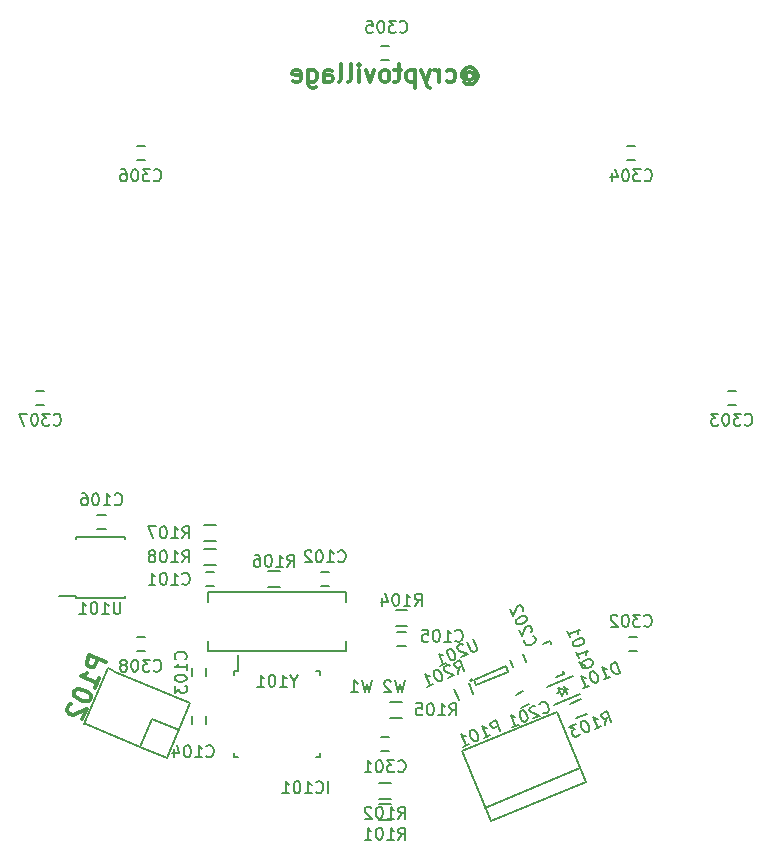
<source format=gbr>
G04 #@! TF.FileFunction,Legend,Bot*
%FSLAX46Y46*%
G04 Gerber Fmt 4.6, Leading zero omitted, Abs format (unit mm)*
G04 Created by KiCad (PCBNEW 4.0.2-stable) date 7/20/2016 11:09:08 PM*
%MOMM*%
G01*
G04 APERTURE LIST*
%ADD10C,0.100000*%
%ADD11C,0.300000*%
%ADD12C,0.150000*%
%ADD13C,0.304800*%
G04 APERTURE END LIST*
D10*
D11*
X152145142Y-77561286D02*
X152216570Y-77489857D01*
X152359427Y-77418429D01*
X152502285Y-77418429D01*
X152645142Y-77489857D01*
X152716570Y-77561286D01*
X152787999Y-77704143D01*
X152787999Y-77847000D01*
X152716570Y-77989857D01*
X152645142Y-78061286D01*
X152502285Y-78132714D01*
X152359427Y-78132714D01*
X152216570Y-78061286D01*
X152145142Y-77989857D01*
X152145142Y-77418429D02*
X152145142Y-77989857D01*
X152073713Y-78061286D01*
X152002285Y-78061286D01*
X151859427Y-77989857D01*
X151787999Y-77847000D01*
X151787999Y-77489857D01*
X151930856Y-77275571D01*
X152145142Y-77132714D01*
X152430856Y-77061286D01*
X152716570Y-77132714D01*
X152930856Y-77275571D01*
X153073713Y-77489857D01*
X153145142Y-77775571D01*
X153073713Y-78061286D01*
X152930856Y-78275571D01*
X152716570Y-78418429D01*
X152430856Y-78489857D01*
X152145142Y-78418429D01*
X151930856Y-78275571D01*
X150502285Y-78204143D02*
X150645142Y-78275571D01*
X150930856Y-78275571D01*
X151073714Y-78204143D01*
X151145142Y-78132714D01*
X151216571Y-77989857D01*
X151216571Y-77561286D01*
X151145142Y-77418429D01*
X151073714Y-77347000D01*
X150930856Y-77275571D01*
X150645142Y-77275571D01*
X150502285Y-77347000D01*
X149859428Y-78275571D02*
X149859428Y-77275571D01*
X149859428Y-77561286D02*
X149788000Y-77418429D01*
X149716571Y-77347000D01*
X149573714Y-77275571D01*
X149430857Y-77275571D01*
X149073714Y-77275571D02*
X148716571Y-78275571D01*
X148359429Y-77275571D02*
X148716571Y-78275571D01*
X148859429Y-78632714D01*
X148930857Y-78704143D01*
X149073714Y-78775571D01*
X147788000Y-77275571D02*
X147788000Y-78775571D01*
X147788000Y-77347000D02*
X147645143Y-77275571D01*
X147359429Y-77275571D01*
X147216572Y-77347000D01*
X147145143Y-77418429D01*
X147073714Y-77561286D01*
X147073714Y-77989857D01*
X147145143Y-78132714D01*
X147216572Y-78204143D01*
X147359429Y-78275571D01*
X147645143Y-78275571D01*
X147788000Y-78204143D01*
X146645143Y-77275571D02*
X146073714Y-77275571D01*
X146430857Y-76775571D02*
X146430857Y-78061286D01*
X146359429Y-78204143D01*
X146216571Y-78275571D01*
X146073714Y-78275571D01*
X145359428Y-78275571D02*
X145502286Y-78204143D01*
X145573714Y-78132714D01*
X145645143Y-77989857D01*
X145645143Y-77561286D01*
X145573714Y-77418429D01*
X145502286Y-77347000D01*
X145359428Y-77275571D01*
X145145143Y-77275571D01*
X145002286Y-77347000D01*
X144930857Y-77418429D01*
X144859428Y-77561286D01*
X144859428Y-77989857D01*
X144930857Y-78132714D01*
X145002286Y-78204143D01*
X145145143Y-78275571D01*
X145359428Y-78275571D01*
X144359428Y-77275571D02*
X144002285Y-78275571D01*
X143645143Y-77275571D01*
X143073714Y-78275571D02*
X143073714Y-77275571D01*
X143073714Y-76775571D02*
X143145143Y-76847000D01*
X143073714Y-76918429D01*
X143002286Y-76847000D01*
X143073714Y-76775571D01*
X143073714Y-76918429D01*
X142145142Y-78275571D02*
X142288000Y-78204143D01*
X142359428Y-78061286D01*
X142359428Y-76775571D01*
X141359428Y-78275571D02*
X141502286Y-78204143D01*
X141573714Y-78061286D01*
X141573714Y-76775571D01*
X140145143Y-78275571D02*
X140145143Y-77489857D01*
X140216572Y-77347000D01*
X140359429Y-77275571D01*
X140645143Y-77275571D01*
X140788000Y-77347000D01*
X140145143Y-78204143D02*
X140288000Y-78275571D01*
X140645143Y-78275571D01*
X140788000Y-78204143D01*
X140859429Y-78061286D01*
X140859429Y-77918429D01*
X140788000Y-77775571D01*
X140645143Y-77704143D01*
X140288000Y-77704143D01*
X140145143Y-77632714D01*
X138788000Y-77275571D02*
X138788000Y-78489857D01*
X138859429Y-78632714D01*
X138930857Y-78704143D01*
X139073714Y-78775571D01*
X139288000Y-78775571D01*
X139430857Y-78704143D01*
X138788000Y-78204143D02*
X138930857Y-78275571D01*
X139216571Y-78275571D01*
X139359429Y-78204143D01*
X139430857Y-78132714D01*
X139502286Y-77989857D01*
X139502286Y-77561286D01*
X139430857Y-77418429D01*
X139359429Y-77347000D01*
X139216571Y-77275571D01*
X138930857Y-77275571D01*
X138788000Y-77347000D01*
X137502286Y-78204143D02*
X137645143Y-78275571D01*
X137930857Y-78275571D01*
X138073714Y-78204143D01*
X138145143Y-78061286D01*
X138145143Y-77489857D01*
X138073714Y-77347000D01*
X137930857Y-77275571D01*
X137645143Y-77275571D01*
X137502286Y-77347000D01*
X137430857Y-77489857D01*
X137430857Y-77632714D01*
X138145143Y-77775571D01*
D12*
X145677000Y-132120000D02*
X146677000Y-132120000D01*
X146677000Y-130770000D02*
X145677000Y-130770000D01*
X130791000Y-119796000D02*
X130091000Y-119796000D01*
X130091000Y-120996000D02*
X130791000Y-120996000D01*
X140545999Y-119796000D02*
X139845999Y-119796000D01*
X139845999Y-120996000D02*
X140545999Y-120996000D01*
X130140000Y-128620000D02*
X130140000Y-127920000D01*
X128940000Y-127920000D02*
X128940000Y-128620000D01*
X130140000Y-132684000D02*
X130140000Y-131984000D01*
X128940000Y-131984000D02*
X128940000Y-132684000D01*
X146322999Y-126076000D02*
X147022999Y-126076000D01*
X147022999Y-124876000D02*
X146322999Y-124876000D01*
X156806706Y-131258536D02*
X157453422Y-130990658D01*
X156994202Y-129882002D02*
X156347486Y-130149880D01*
X155818497Y-127202997D02*
X156086375Y-127849713D01*
X157195031Y-127390493D02*
X156927153Y-126743777D01*
X144926000Y-134966000D02*
X145626000Y-134966000D01*
X145626000Y-133766000D02*
X144926000Y-133766000D01*
X165893000Y-126457000D02*
X166593000Y-126457000D01*
X166593000Y-125257000D02*
X165893000Y-125257000D01*
X174275000Y-105629000D02*
X174975000Y-105629000D01*
X174975000Y-104429000D02*
X174275000Y-104429000D01*
X165778000Y-84928000D02*
X166478000Y-84928000D01*
X166478000Y-83728000D02*
X165778000Y-83728000D01*
X144950000Y-76419000D02*
X145650000Y-76419000D01*
X145650000Y-75219000D02*
X144950000Y-75219000D01*
X124237000Y-84928000D02*
X124937000Y-84928000D01*
X124937000Y-83728000D02*
X124237000Y-83728000D01*
X115740000Y-105629000D02*
X116440000Y-105629000D01*
X116440000Y-104429000D02*
X115740000Y-104429000D01*
X124237000Y-126457000D02*
X124937000Y-126457000D01*
X124937000Y-125257000D02*
X124237000Y-125257000D01*
X160080471Y-129940382D02*
X159849501Y-130036053D01*
X160542411Y-129749040D02*
X160773381Y-129653369D01*
X160542411Y-129749040D02*
X159946532Y-129617024D01*
X159946532Y-129617024D02*
X160214410Y-130263740D01*
X160214410Y-130263740D02*
X160542411Y-129749040D01*
X160408472Y-129425682D02*
X160676350Y-130072398D01*
X161818631Y-130086326D02*
X159601320Y-131004766D01*
X161206338Y-128608119D02*
X158989027Y-129526559D01*
X132519000Y-128201000D02*
X132844000Y-128201000D01*
X132519000Y-135451000D02*
X132844000Y-135451000D01*
X139769000Y-135451000D02*
X139444000Y-135451000D01*
X139769000Y-128201000D02*
X139444000Y-128201000D01*
X132519000Y-128201000D02*
X132519000Y-128526000D01*
X139769000Y-128201000D02*
X139769000Y-128526000D01*
X139769000Y-135451000D02*
X139769000Y-135126000D01*
X132519000Y-135451000D02*
X132519000Y-135126000D01*
X132844000Y-128201000D02*
X132844000Y-126776000D01*
X162263012Y-137548259D02*
X154225260Y-140877605D01*
X159811925Y-131630810D02*
X151774173Y-134960156D01*
X151774173Y-134960156D02*
X154225260Y-140877605D01*
X153754560Y-139741233D02*
X161792312Y-136411887D01*
X162263012Y-137548259D02*
X159811925Y-131630810D01*
X159345800Y-125814288D02*
X159364269Y-125858874D01*
X159769247Y-128668484D02*
X160416924Y-128400208D01*
X160416924Y-128400208D02*
X160321666Y-128170236D01*
X159345800Y-125814288D02*
X159269011Y-125628902D01*
X159269011Y-125628902D02*
X158621335Y-125897178D01*
X145788000Y-139406000D02*
X144788000Y-139406000D01*
X144788000Y-140756000D02*
X145788000Y-140756000D01*
X145788000Y-137628000D02*
X144788000Y-137628000D01*
X144788000Y-138978000D02*
X145788000Y-138978000D01*
X161830744Y-130546737D02*
X160906865Y-130929420D01*
X161423488Y-132176657D02*
X162347367Y-131793974D01*
X147173000Y-123023000D02*
X146173000Y-123023000D01*
X146173000Y-124373000D02*
X147173000Y-124373000D01*
X151124166Y-129672413D02*
X151506849Y-130596292D01*
X152754086Y-130079669D02*
X152371403Y-129155790D01*
X119083000Y-121955000D02*
X119083000Y-121810000D01*
X123233000Y-121955000D02*
X123233000Y-121810000D01*
X123233000Y-116805000D02*
X123233000Y-116950000D01*
X119083000Y-116805000D02*
X119083000Y-116950000D01*
X119083000Y-121955000D02*
X123233000Y-121955000D01*
X119083000Y-116805000D02*
X123233000Y-116805000D01*
X119083000Y-121810000D02*
X117683000Y-121810000D01*
X152664924Y-128933895D02*
G75*
G03X152664924Y-128933895I-100000J0D01*
G01*
X153006370Y-129346358D02*
X152815028Y-128884418D01*
X155685620Y-128236576D02*
X153006370Y-129346358D01*
X155494278Y-127774636D02*
X155685620Y-128236576D01*
X152815028Y-128884418D02*
X155494278Y-127774636D01*
X130271519Y-121452641D02*
X141970759Y-121452641D01*
X141970759Y-126451361D02*
X130271519Y-126451361D01*
X141970759Y-121452641D02*
X141970759Y-122301001D01*
X141970759Y-126451361D02*
X141970759Y-125603001D01*
X130271519Y-121452641D02*
X130271519Y-122301001D01*
X130271519Y-126451361D02*
X130271519Y-125603001D01*
X121622999Y-114970000D02*
X120922999Y-114970000D01*
X120922999Y-116170000D02*
X121622999Y-116170000D01*
X124539066Y-134598575D02*
X119919669Y-132685158D01*
X119919669Y-132685158D02*
X119827281Y-132646890D01*
X119827281Y-132646890D02*
X121778966Y-127935104D01*
X121778966Y-127935104D02*
X122333294Y-128164714D01*
X125534043Y-132196488D02*
X127843742Y-133153197D01*
X125534043Y-132196488D02*
X124539066Y-134598575D01*
X124539066Y-134598575D02*
X126848765Y-135555284D01*
X126848765Y-135555284D02*
X128800451Y-130843498D01*
X128800451Y-130843498D02*
X122425682Y-128202983D01*
X136390000Y-119721000D02*
X135390000Y-119721000D01*
X135390000Y-121071000D02*
X136390000Y-121071000D01*
X129929000Y-117134000D02*
X130929000Y-117134000D01*
X130929000Y-115784000D02*
X129929000Y-115784000D01*
X129929000Y-119166000D02*
X130929000Y-119166000D01*
X130929000Y-117816000D02*
X129929000Y-117816000D01*
X150725047Y-131897381D02*
X151058381Y-131421190D01*
X151296476Y-131897381D02*
X151296476Y-130897381D01*
X150915523Y-130897381D01*
X150820285Y-130945000D01*
X150772666Y-130992619D01*
X150725047Y-131087857D01*
X150725047Y-131230714D01*
X150772666Y-131325952D01*
X150820285Y-131373571D01*
X150915523Y-131421190D01*
X151296476Y-131421190D01*
X149772666Y-131897381D02*
X150344095Y-131897381D01*
X150058381Y-131897381D02*
X150058381Y-130897381D01*
X150153619Y-131040238D01*
X150248857Y-131135476D01*
X150344095Y-131183095D01*
X149153619Y-130897381D02*
X149058380Y-130897381D01*
X148963142Y-130945000D01*
X148915523Y-130992619D01*
X148867904Y-131087857D01*
X148820285Y-131278333D01*
X148820285Y-131516429D01*
X148867904Y-131706905D01*
X148915523Y-131802143D01*
X148963142Y-131849762D01*
X149058380Y-131897381D01*
X149153619Y-131897381D01*
X149248857Y-131849762D01*
X149296476Y-131802143D01*
X149344095Y-131706905D01*
X149391714Y-131516429D01*
X149391714Y-131278333D01*
X149344095Y-131087857D01*
X149296476Y-130992619D01*
X149248857Y-130945000D01*
X149153619Y-130897381D01*
X147915523Y-130897381D02*
X148391714Y-130897381D01*
X148439333Y-131373571D01*
X148391714Y-131325952D01*
X148296476Y-131278333D01*
X148058380Y-131278333D01*
X147963142Y-131325952D01*
X147915523Y-131373571D01*
X147867904Y-131468810D01*
X147867904Y-131706905D01*
X147915523Y-131802143D01*
X147963142Y-131849762D01*
X148058380Y-131897381D01*
X148296476Y-131897381D01*
X148391714Y-131849762D01*
X148439333Y-131802143D01*
X128119047Y-120753143D02*
X128166666Y-120800762D01*
X128309523Y-120848381D01*
X128404761Y-120848381D01*
X128547619Y-120800762D01*
X128642857Y-120705524D01*
X128690476Y-120610286D01*
X128738095Y-120419810D01*
X128738095Y-120276952D01*
X128690476Y-120086476D01*
X128642857Y-119991238D01*
X128547619Y-119896000D01*
X128404761Y-119848381D01*
X128309523Y-119848381D01*
X128166666Y-119896000D01*
X128119047Y-119943619D01*
X127166666Y-120848381D02*
X127738095Y-120848381D01*
X127452381Y-120848381D02*
X127452381Y-119848381D01*
X127547619Y-119991238D01*
X127642857Y-120086476D01*
X127738095Y-120134095D01*
X126547619Y-119848381D02*
X126452380Y-119848381D01*
X126357142Y-119896000D01*
X126309523Y-119943619D01*
X126261904Y-120038857D01*
X126214285Y-120229333D01*
X126214285Y-120467429D01*
X126261904Y-120657905D01*
X126309523Y-120753143D01*
X126357142Y-120800762D01*
X126452380Y-120848381D01*
X126547619Y-120848381D01*
X126642857Y-120800762D01*
X126690476Y-120753143D01*
X126738095Y-120657905D01*
X126785714Y-120467429D01*
X126785714Y-120229333D01*
X126738095Y-120038857D01*
X126690476Y-119943619D01*
X126642857Y-119896000D01*
X126547619Y-119848381D01*
X125261904Y-120848381D02*
X125833333Y-120848381D01*
X125547619Y-120848381D02*
X125547619Y-119848381D01*
X125642857Y-119991238D01*
X125738095Y-120086476D01*
X125833333Y-120134095D01*
X141315046Y-118853143D02*
X141362665Y-118900762D01*
X141505522Y-118948381D01*
X141600760Y-118948381D01*
X141743618Y-118900762D01*
X141838856Y-118805524D01*
X141886475Y-118710286D01*
X141934094Y-118519810D01*
X141934094Y-118376952D01*
X141886475Y-118186476D01*
X141838856Y-118091238D01*
X141743618Y-117996000D01*
X141600760Y-117948381D01*
X141505522Y-117948381D01*
X141362665Y-117996000D01*
X141315046Y-118043619D01*
X140362665Y-118948381D02*
X140934094Y-118948381D01*
X140648380Y-118948381D02*
X140648380Y-117948381D01*
X140743618Y-118091238D01*
X140838856Y-118186476D01*
X140934094Y-118234095D01*
X139743618Y-117948381D02*
X139648379Y-117948381D01*
X139553141Y-117996000D01*
X139505522Y-118043619D01*
X139457903Y-118138857D01*
X139410284Y-118329333D01*
X139410284Y-118567429D01*
X139457903Y-118757905D01*
X139505522Y-118853143D01*
X139553141Y-118900762D01*
X139648379Y-118948381D01*
X139743618Y-118948381D01*
X139838856Y-118900762D01*
X139886475Y-118853143D01*
X139934094Y-118757905D01*
X139981713Y-118567429D01*
X139981713Y-118329333D01*
X139934094Y-118138857D01*
X139886475Y-118043619D01*
X139838856Y-117996000D01*
X139743618Y-117948381D01*
X139029332Y-118043619D02*
X138981713Y-117996000D01*
X138886475Y-117948381D01*
X138648379Y-117948381D01*
X138553141Y-117996000D01*
X138505522Y-118043619D01*
X138457903Y-118138857D01*
X138457903Y-118234095D01*
X138505522Y-118376952D01*
X139076951Y-118948381D01*
X138457903Y-118948381D01*
X128373143Y-127150953D02*
X128420762Y-127103334D01*
X128468381Y-126960477D01*
X128468381Y-126865239D01*
X128420762Y-126722381D01*
X128325524Y-126627143D01*
X128230286Y-126579524D01*
X128039810Y-126531905D01*
X127896952Y-126531905D01*
X127706476Y-126579524D01*
X127611238Y-126627143D01*
X127516000Y-126722381D01*
X127468381Y-126865239D01*
X127468381Y-126960477D01*
X127516000Y-127103334D01*
X127563619Y-127150953D01*
X128468381Y-128103334D02*
X128468381Y-127531905D01*
X128468381Y-127817619D02*
X127468381Y-127817619D01*
X127611238Y-127722381D01*
X127706476Y-127627143D01*
X127754095Y-127531905D01*
X127468381Y-128722381D02*
X127468381Y-128817620D01*
X127516000Y-128912858D01*
X127563619Y-128960477D01*
X127658857Y-129008096D01*
X127849333Y-129055715D01*
X128087429Y-129055715D01*
X128277905Y-129008096D01*
X128373143Y-128960477D01*
X128420762Y-128912858D01*
X128468381Y-128817620D01*
X128468381Y-128722381D01*
X128420762Y-128627143D01*
X128373143Y-128579524D01*
X128277905Y-128531905D01*
X128087429Y-128484286D01*
X127849333Y-128484286D01*
X127658857Y-128531905D01*
X127563619Y-128579524D01*
X127516000Y-128627143D01*
X127468381Y-128722381D01*
X127468381Y-129389048D02*
X127468381Y-130008096D01*
X127849333Y-129674762D01*
X127849333Y-129817620D01*
X127896952Y-129912858D01*
X127944571Y-129960477D01*
X128039810Y-130008096D01*
X128277905Y-130008096D01*
X128373143Y-129960477D01*
X128420762Y-129912858D01*
X128468381Y-129817620D01*
X128468381Y-129531905D01*
X128420762Y-129436667D01*
X128373143Y-129389048D01*
X130151047Y-135358143D02*
X130198666Y-135405762D01*
X130341523Y-135453381D01*
X130436761Y-135453381D01*
X130579619Y-135405762D01*
X130674857Y-135310524D01*
X130722476Y-135215286D01*
X130770095Y-135024810D01*
X130770095Y-134881952D01*
X130722476Y-134691476D01*
X130674857Y-134596238D01*
X130579619Y-134501000D01*
X130436761Y-134453381D01*
X130341523Y-134453381D01*
X130198666Y-134501000D01*
X130151047Y-134548619D01*
X129198666Y-135453381D02*
X129770095Y-135453381D01*
X129484381Y-135453381D02*
X129484381Y-134453381D01*
X129579619Y-134596238D01*
X129674857Y-134691476D01*
X129770095Y-134739095D01*
X128579619Y-134453381D02*
X128484380Y-134453381D01*
X128389142Y-134501000D01*
X128341523Y-134548619D01*
X128293904Y-134643857D01*
X128246285Y-134834333D01*
X128246285Y-135072429D01*
X128293904Y-135262905D01*
X128341523Y-135358143D01*
X128389142Y-135405762D01*
X128484380Y-135453381D01*
X128579619Y-135453381D01*
X128674857Y-135405762D01*
X128722476Y-135358143D01*
X128770095Y-135262905D01*
X128817714Y-135072429D01*
X128817714Y-134834333D01*
X128770095Y-134643857D01*
X128722476Y-134548619D01*
X128674857Y-134501000D01*
X128579619Y-134453381D01*
X127389142Y-134786714D02*
X127389142Y-135453381D01*
X127627238Y-134405762D02*
X127865333Y-135120048D01*
X127246285Y-135120048D01*
X151233047Y-125579143D02*
X151280666Y-125626762D01*
X151423523Y-125674381D01*
X151518761Y-125674381D01*
X151661619Y-125626762D01*
X151756857Y-125531524D01*
X151804476Y-125436286D01*
X151852095Y-125245810D01*
X151852095Y-125102952D01*
X151804476Y-124912476D01*
X151756857Y-124817238D01*
X151661619Y-124722000D01*
X151518761Y-124674381D01*
X151423523Y-124674381D01*
X151280666Y-124722000D01*
X151233047Y-124769619D01*
X150280666Y-125674381D02*
X150852095Y-125674381D01*
X150566381Y-125674381D02*
X150566381Y-124674381D01*
X150661619Y-124817238D01*
X150756857Y-124912476D01*
X150852095Y-124960095D01*
X149661619Y-124674381D02*
X149566380Y-124674381D01*
X149471142Y-124722000D01*
X149423523Y-124769619D01*
X149375904Y-124864857D01*
X149328285Y-125055333D01*
X149328285Y-125293429D01*
X149375904Y-125483905D01*
X149423523Y-125579143D01*
X149471142Y-125626762D01*
X149566380Y-125674381D01*
X149661619Y-125674381D01*
X149756857Y-125626762D01*
X149804476Y-125579143D01*
X149852095Y-125483905D01*
X149899714Y-125293429D01*
X149899714Y-125055333D01*
X149852095Y-124864857D01*
X149804476Y-124769619D01*
X149756857Y-124722000D01*
X149661619Y-124674381D01*
X148423523Y-124674381D02*
X148899714Y-124674381D01*
X148947333Y-125150571D01*
X148899714Y-125102952D01*
X148804476Y-125055333D01*
X148566380Y-125055333D01*
X148471142Y-125102952D01*
X148423523Y-125150571D01*
X148375904Y-125245810D01*
X148375904Y-125483905D01*
X148423523Y-125579143D01*
X148471142Y-125626762D01*
X148566380Y-125674381D01*
X148804476Y-125674381D01*
X148899714Y-125626762D01*
X148947333Y-125579143D01*
X158650537Y-131727716D02*
X158712755Y-131753488D01*
X158862960Y-131742813D01*
X158950949Y-131706367D01*
X159064709Y-131607703D01*
X159116252Y-131483269D01*
X159123800Y-131377057D01*
X159094902Y-131182857D01*
X159040233Y-131050874D01*
X158923346Y-130893120D01*
X158842906Y-130823355D01*
X158718472Y-130771812D01*
X158568265Y-130782487D01*
X158480277Y-130818933D01*
X158366517Y-130917596D01*
X158340746Y-130979814D01*
X157988792Y-131125598D02*
X157926575Y-131099827D01*
X157820363Y-131092278D01*
X157600391Y-131183394D01*
X157530626Y-131263834D01*
X157504855Y-131326051D01*
X157497307Y-131432263D01*
X157533753Y-131520251D01*
X157632416Y-131634011D01*
X158379024Y-131943266D01*
X157807098Y-132180165D01*
X156852490Y-131493185D02*
X156764500Y-131529631D01*
X156694735Y-131610071D01*
X156668964Y-131672289D01*
X156661416Y-131778500D01*
X156690313Y-131972700D01*
X156781429Y-132192672D01*
X156898315Y-132350426D01*
X156978755Y-132420191D01*
X157040972Y-132445962D01*
X157147184Y-132453511D01*
X157235173Y-132417064D01*
X157304939Y-132336624D01*
X157330710Y-132274407D01*
X157338258Y-132168195D01*
X157309360Y-131973995D01*
X157218245Y-131754023D01*
X157101359Y-131596270D01*
X157020918Y-131526504D01*
X156958701Y-131500733D01*
X156852490Y-131493185D01*
X156047327Y-132909086D02*
X156575259Y-132690410D01*
X156311294Y-132799748D02*
X155928610Y-131875868D01*
X156071268Y-131971405D01*
X156195702Y-132022947D01*
X156301914Y-132030495D01*
X157070284Y-125503537D02*
X157044512Y-125565755D01*
X157055187Y-125715960D01*
X157091633Y-125803949D01*
X157190297Y-125917709D01*
X157314731Y-125969252D01*
X157420943Y-125976800D01*
X157615143Y-125947902D01*
X157747126Y-125893233D01*
X157904880Y-125776346D01*
X157974645Y-125695906D01*
X158026188Y-125571472D01*
X158015513Y-125421265D01*
X157979067Y-125333277D01*
X157880404Y-125219517D01*
X157818186Y-125193746D01*
X157672402Y-124841792D02*
X157698173Y-124779575D01*
X157705722Y-124673363D01*
X157614606Y-124453391D01*
X157534166Y-124383626D01*
X157471949Y-124357855D01*
X157365737Y-124350307D01*
X157277749Y-124386753D01*
X157163989Y-124485416D01*
X156854734Y-125232024D01*
X156617835Y-124660098D01*
X157304815Y-123705490D02*
X157268369Y-123617500D01*
X157187929Y-123547735D01*
X157125711Y-123521964D01*
X157019500Y-123514416D01*
X156825300Y-123543313D01*
X156605328Y-123634429D01*
X156447574Y-123751315D01*
X156377809Y-123831755D01*
X156352038Y-123893972D01*
X156344489Y-124000184D01*
X156380936Y-124088173D01*
X156461376Y-124157939D01*
X156523593Y-124183710D01*
X156629805Y-124191258D01*
X156824005Y-124162360D01*
X157043977Y-124071245D01*
X157201730Y-123954359D01*
X157271496Y-123873918D01*
X157297267Y-123811701D01*
X157304815Y-123705490D01*
X156943481Y-123082022D02*
X156969253Y-123019804D01*
X156976801Y-122913593D01*
X156885685Y-122693621D01*
X156805245Y-122623855D01*
X156743028Y-122598084D01*
X156636817Y-122590536D01*
X156548828Y-122626982D01*
X156435068Y-122725645D01*
X156125813Y-123472253D01*
X155888914Y-122900327D01*
X146395047Y-136623143D02*
X146442666Y-136670762D01*
X146585523Y-136718381D01*
X146680761Y-136718381D01*
X146823619Y-136670762D01*
X146918857Y-136575524D01*
X146966476Y-136480286D01*
X147014095Y-136289810D01*
X147014095Y-136146952D01*
X146966476Y-135956476D01*
X146918857Y-135861238D01*
X146823619Y-135766000D01*
X146680761Y-135718381D01*
X146585523Y-135718381D01*
X146442666Y-135766000D01*
X146395047Y-135813619D01*
X146061714Y-135718381D02*
X145442666Y-135718381D01*
X145776000Y-136099333D01*
X145633142Y-136099333D01*
X145537904Y-136146952D01*
X145490285Y-136194571D01*
X145442666Y-136289810D01*
X145442666Y-136527905D01*
X145490285Y-136623143D01*
X145537904Y-136670762D01*
X145633142Y-136718381D01*
X145918857Y-136718381D01*
X146014095Y-136670762D01*
X146061714Y-136623143D01*
X144823619Y-135718381D02*
X144728380Y-135718381D01*
X144633142Y-135766000D01*
X144585523Y-135813619D01*
X144537904Y-135908857D01*
X144490285Y-136099333D01*
X144490285Y-136337429D01*
X144537904Y-136527905D01*
X144585523Y-136623143D01*
X144633142Y-136670762D01*
X144728380Y-136718381D01*
X144823619Y-136718381D01*
X144918857Y-136670762D01*
X144966476Y-136623143D01*
X145014095Y-136527905D01*
X145061714Y-136337429D01*
X145061714Y-136099333D01*
X145014095Y-135908857D01*
X144966476Y-135813619D01*
X144918857Y-135766000D01*
X144823619Y-135718381D01*
X143537904Y-136718381D02*
X144109333Y-136718381D01*
X143823619Y-136718381D02*
X143823619Y-135718381D01*
X143918857Y-135861238D01*
X144014095Y-135956476D01*
X144109333Y-136004095D01*
X167235047Y-124309143D02*
X167282666Y-124356762D01*
X167425523Y-124404381D01*
X167520761Y-124404381D01*
X167663619Y-124356762D01*
X167758857Y-124261524D01*
X167806476Y-124166286D01*
X167854095Y-123975810D01*
X167854095Y-123832952D01*
X167806476Y-123642476D01*
X167758857Y-123547238D01*
X167663619Y-123452000D01*
X167520761Y-123404381D01*
X167425523Y-123404381D01*
X167282666Y-123452000D01*
X167235047Y-123499619D01*
X166901714Y-123404381D02*
X166282666Y-123404381D01*
X166616000Y-123785333D01*
X166473142Y-123785333D01*
X166377904Y-123832952D01*
X166330285Y-123880571D01*
X166282666Y-123975810D01*
X166282666Y-124213905D01*
X166330285Y-124309143D01*
X166377904Y-124356762D01*
X166473142Y-124404381D01*
X166758857Y-124404381D01*
X166854095Y-124356762D01*
X166901714Y-124309143D01*
X165663619Y-123404381D02*
X165568380Y-123404381D01*
X165473142Y-123452000D01*
X165425523Y-123499619D01*
X165377904Y-123594857D01*
X165330285Y-123785333D01*
X165330285Y-124023429D01*
X165377904Y-124213905D01*
X165425523Y-124309143D01*
X165473142Y-124356762D01*
X165568380Y-124404381D01*
X165663619Y-124404381D01*
X165758857Y-124356762D01*
X165806476Y-124309143D01*
X165854095Y-124213905D01*
X165901714Y-124023429D01*
X165901714Y-123785333D01*
X165854095Y-123594857D01*
X165806476Y-123499619D01*
X165758857Y-123452000D01*
X165663619Y-123404381D01*
X164949333Y-123499619D02*
X164901714Y-123452000D01*
X164806476Y-123404381D01*
X164568380Y-123404381D01*
X164473142Y-123452000D01*
X164425523Y-123499619D01*
X164377904Y-123594857D01*
X164377904Y-123690095D01*
X164425523Y-123832952D01*
X164996952Y-124404381D01*
X164377904Y-124404381D01*
X175744047Y-107286143D02*
X175791666Y-107333762D01*
X175934523Y-107381381D01*
X176029761Y-107381381D01*
X176172619Y-107333762D01*
X176267857Y-107238524D01*
X176315476Y-107143286D01*
X176363095Y-106952810D01*
X176363095Y-106809952D01*
X176315476Y-106619476D01*
X176267857Y-106524238D01*
X176172619Y-106429000D01*
X176029761Y-106381381D01*
X175934523Y-106381381D01*
X175791666Y-106429000D01*
X175744047Y-106476619D01*
X175410714Y-106381381D02*
X174791666Y-106381381D01*
X175125000Y-106762333D01*
X174982142Y-106762333D01*
X174886904Y-106809952D01*
X174839285Y-106857571D01*
X174791666Y-106952810D01*
X174791666Y-107190905D01*
X174839285Y-107286143D01*
X174886904Y-107333762D01*
X174982142Y-107381381D01*
X175267857Y-107381381D01*
X175363095Y-107333762D01*
X175410714Y-107286143D01*
X174172619Y-106381381D02*
X174077380Y-106381381D01*
X173982142Y-106429000D01*
X173934523Y-106476619D01*
X173886904Y-106571857D01*
X173839285Y-106762333D01*
X173839285Y-107000429D01*
X173886904Y-107190905D01*
X173934523Y-107286143D01*
X173982142Y-107333762D01*
X174077380Y-107381381D01*
X174172619Y-107381381D01*
X174267857Y-107333762D01*
X174315476Y-107286143D01*
X174363095Y-107190905D01*
X174410714Y-107000429D01*
X174410714Y-106762333D01*
X174363095Y-106571857D01*
X174315476Y-106476619D01*
X174267857Y-106429000D01*
X174172619Y-106381381D01*
X173505952Y-106381381D02*
X172886904Y-106381381D01*
X173220238Y-106762333D01*
X173077380Y-106762333D01*
X172982142Y-106809952D01*
X172934523Y-106857571D01*
X172886904Y-106952810D01*
X172886904Y-107190905D01*
X172934523Y-107286143D01*
X172982142Y-107333762D01*
X173077380Y-107381381D01*
X173363095Y-107381381D01*
X173458333Y-107333762D01*
X173505952Y-107286143D01*
X167247047Y-86585143D02*
X167294666Y-86632762D01*
X167437523Y-86680381D01*
X167532761Y-86680381D01*
X167675619Y-86632762D01*
X167770857Y-86537524D01*
X167818476Y-86442286D01*
X167866095Y-86251810D01*
X167866095Y-86108952D01*
X167818476Y-85918476D01*
X167770857Y-85823238D01*
X167675619Y-85728000D01*
X167532761Y-85680381D01*
X167437523Y-85680381D01*
X167294666Y-85728000D01*
X167247047Y-85775619D01*
X166913714Y-85680381D02*
X166294666Y-85680381D01*
X166628000Y-86061333D01*
X166485142Y-86061333D01*
X166389904Y-86108952D01*
X166342285Y-86156571D01*
X166294666Y-86251810D01*
X166294666Y-86489905D01*
X166342285Y-86585143D01*
X166389904Y-86632762D01*
X166485142Y-86680381D01*
X166770857Y-86680381D01*
X166866095Y-86632762D01*
X166913714Y-86585143D01*
X165675619Y-85680381D02*
X165580380Y-85680381D01*
X165485142Y-85728000D01*
X165437523Y-85775619D01*
X165389904Y-85870857D01*
X165342285Y-86061333D01*
X165342285Y-86299429D01*
X165389904Y-86489905D01*
X165437523Y-86585143D01*
X165485142Y-86632762D01*
X165580380Y-86680381D01*
X165675619Y-86680381D01*
X165770857Y-86632762D01*
X165818476Y-86585143D01*
X165866095Y-86489905D01*
X165913714Y-86299429D01*
X165913714Y-86061333D01*
X165866095Y-85870857D01*
X165818476Y-85775619D01*
X165770857Y-85728000D01*
X165675619Y-85680381D01*
X164485142Y-86013714D02*
X164485142Y-86680381D01*
X164723238Y-85632762D02*
X164961333Y-86347048D01*
X164342285Y-86347048D01*
X146534047Y-74017143D02*
X146581666Y-74064762D01*
X146724523Y-74112381D01*
X146819761Y-74112381D01*
X146962619Y-74064762D01*
X147057857Y-73969524D01*
X147105476Y-73874286D01*
X147153095Y-73683810D01*
X147153095Y-73540952D01*
X147105476Y-73350476D01*
X147057857Y-73255238D01*
X146962619Y-73160000D01*
X146819761Y-73112381D01*
X146724523Y-73112381D01*
X146581666Y-73160000D01*
X146534047Y-73207619D01*
X146200714Y-73112381D02*
X145581666Y-73112381D01*
X145915000Y-73493333D01*
X145772142Y-73493333D01*
X145676904Y-73540952D01*
X145629285Y-73588571D01*
X145581666Y-73683810D01*
X145581666Y-73921905D01*
X145629285Y-74017143D01*
X145676904Y-74064762D01*
X145772142Y-74112381D01*
X146057857Y-74112381D01*
X146153095Y-74064762D01*
X146200714Y-74017143D01*
X144962619Y-73112381D02*
X144867380Y-73112381D01*
X144772142Y-73160000D01*
X144724523Y-73207619D01*
X144676904Y-73302857D01*
X144629285Y-73493333D01*
X144629285Y-73731429D01*
X144676904Y-73921905D01*
X144724523Y-74017143D01*
X144772142Y-74064762D01*
X144867380Y-74112381D01*
X144962619Y-74112381D01*
X145057857Y-74064762D01*
X145105476Y-74017143D01*
X145153095Y-73921905D01*
X145200714Y-73731429D01*
X145200714Y-73493333D01*
X145153095Y-73302857D01*
X145105476Y-73207619D01*
X145057857Y-73160000D01*
X144962619Y-73112381D01*
X143724523Y-73112381D02*
X144200714Y-73112381D01*
X144248333Y-73588571D01*
X144200714Y-73540952D01*
X144105476Y-73493333D01*
X143867380Y-73493333D01*
X143772142Y-73540952D01*
X143724523Y-73588571D01*
X143676904Y-73683810D01*
X143676904Y-73921905D01*
X143724523Y-74017143D01*
X143772142Y-74064762D01*
X143867380Y-74112381D01*
X144105476Y-74112381D01*
X144200714Y-74064762D01*
X144248333Y-74017143D01*
X125706047Y-86585143D02*
X125753666Y-86632762D01*
X125896523Y-86680381D01*
X125991761Y-86680381D01*
X126134619Y-86632762D01*
X126229857Y-86537524D01*
X126277476Y-86442286D01*
X126325095Y-86251810D01*
X126325095Y-86108952D01*
X126277476Y-85918476D01*
X126229857Y-85823238D01*
X126134619Y-85728000D01*
X125991761Y-85680381D01*
X125896523Y-85680381D01*
X125753666Y-85728000D01*
X125706047Y-85775619D01*
X125372714Y-85680381D02*
X124753666Y-85680381D01*
X125087000Y-86061333D01*
X124944142Y-86061333D01*
X124848904Y-86108952D01*
X124801285Y-86156571D01*
X124753666Y-86251810D01*
X124753666Y-86489905D01*
X124801285Y-86585143D01*
X124848904Y-86632762D01*
X124944142Y-86680381D01*
X125229857Y-86680381D01*
X125325095Y-86632762D01*
X125372714Y-86585143D01*
X124134619Y-85680381D02*
X124039380Y-85680381D01*
X123944142Y-85728000D01*
X123896523Y-85775619D01*
X123848904Y-85870857D01*
X123801285Y-86061333D01*
X123801285Y-86299429D01*
X123848904Y-86489905D01*
X123896523Y-86585143D01*
X123944142Y-86632762D01*
X124039380Y-86680381D01*
X124134619Y-86680381D01*
X124229857Y-86632762D01*
X124277476Y-86585143D01*
X124325095Y-86489905D01*
X124372714Y-86299429D01*
X124372714Y-86061333D01*
X124325095Y-85870857D01*
X124277476Y-85775619D01*
X124229857Y-85728000D01*
X124134619Y-85680381D01*
X122944142Y-85680381D02*
X123134619Y-85680381D01*
X123229857Y-85728000D01*
X123277476Y-85775619D01*
X123372714Y-85918476D01*
X123420333Y-86108952D01*
X123420333Y-86489905D01*
X123372714Y-86585143D01*
X123325095Y-86632762D01*
X123229857Y-86680381D01*
X123039380Y-86680381D01*
X122944142Y-86632762D01*
X122896523Y-86585143D01*
X122848904Y-86489905D01*
X122848904Y-86251810D01*
X122896523Y-86156571D01*
X122944142Y-86108952D01*
X123039380Y-86061333D01*
X123229857Y-86061333D01*
X123325095Y-86108952D01*
X123372714Y-86156571D01*
X123420333Y-86251810D01*
X117209047Y-107286143D02*
X117256666Y-107333762D01*
X117399523Y-107381381D01*
X117494761Y-107381381D01*
X117637619Y-107333762D01*
X117732857Y-107238524D01*
X117780476Y-107143286D01*
X117828095Y-106952810D01*
X117828095Y-106809952D01*
X117780476Y-106619476D01*
X117732857Y-106524238D01*
X117637619Y-106429000D01*
X117494761Y-106381381D01*
X117399523Y-106381381D01*
X117256666Y-106429000D01*
X117209047Y-106476619D01*
X116875714Y-106381381D02*
X116256666Y-106381381D01*
X116590000Y-106762333D01*
X116447142Y-106762333D01*
X116351904Y-106809952D01*
X116304285Y-106857571D01*
X116256666Y-106952810D01*
X116256666Y-107190905D01*
X116304285Y-107286143D01*
X116351904Y-107333762D01*
X116447142Y-107381381D01*
X116732857Y-107381381D01*
X116828095Y-107333762D01*
X116875714Y-107286143D01*
X115637619Y-106381381D02*
X115542380Y-106381381D01*
X115447142Y-106429000D01*
X115399523Y-106476619D01*
X115351904Y-106571857D01*
X115304285Y-106762333D01*
X115304285Y-107000429D01*
X115351904Y-107190905D01*
X115399523Y-107286143D01*
X115447142Y-107333762D01*
X115542380Y-107381381D01*
X115637619Y-107381381D01*
X115732857Y-107333762D01*
X115780476Y-107286143D01*
X115828095Y-107190905D01*
X115875714Y-107000429D01*
X115875714Y-106762333D01*
X115828095Y-106571857D01*
X115780476Y-106476619D01*
X115732857Y-106429000D01*
X115637619Y-106381381D01*
X114970952Y-106381381D02*
X114304285Y-106381381D01*
X114732857Y-107381381D01*
X125706047Y-128114143D02*
X125753666Y-128161762D01*
X125896523Y-128209381D01*
X125991761Y-128209381D01*
X126134619Y-128161762D01*
X126229857Y-128066524D01*
X126277476Y-127971286D01*
X126325095Y-127780810D01*
X126325095Y-127637952D01*
X126277476Y-127447476D01*
X126229857Y-127352238D01*
X126134619Y-127257000D01*
X125991761Y-127209381D01*
X125896523Y-127209381D01*
X125753666Y-127257000D01*
X125706047Y-127304619D01*
X125372714Y-127209381D02*
X124753666Y-127209381D01*
X125087000Y-127590333D01*
X124944142Y-127590333D01*
X124848904Y-127637952D01*
X124801285Y-127685571D01*
X124753666Y-127780810D01*
X124753666Y-128018905D01*
X124801285Y-128114143D01*
X124848904Y-128161762D01*
X124944142Y-128209381D01*
X125229857Y-128209381D01*
X125325095Y-128161762D01*
X125372714Y-128114143D01*
X124134619Y-127209381D02*
X124039380Y-127209381D01*
X123944142Y-127257000D01*
X123896523Y-127304619D01*
X123848904Y-127399857D01*
X123801285Y-127590333D01*
X123801285Y-127828429D01*
X123848904Y-128018905D01*
X123896523Y-128114143D01*
X123944142Y-128161762D01*
X124039380Y-128209381D01*
X124134619Y-128209381D01*
X124229857Y-128161762D01*
X124277476Y-128114143D01*
X124325095Y-128018905D01*
X124372714Y-127828429D01*
X124372714Y-127590333D01*
X124325095Y-127399857D01*
X124277476Y-127304619D01*
X124229857Y-127257000D01*
X124134619Y-127209381D01*
X123229857Y-127637952D02*
X123325095Y-127590333D01*
X123372714Y-127542714D01*
X123420333Y-127447476D01*
X123420333Y-127399857D01*
X123372714Y-127304619D01*
X123325095Y-127257000D01*
X123229857Y-127209381D01*
X123039380Y-127209381D01*
X122944142Y-127257000D01*
X122896523Y-127304619D01*
X122848904Y-127399857D01*
X122848904Y-127447476D01*
X122896523Y-127542714D01*
X122944142Y-127590333D01*
X123039380Y-127637952D01*
X123229857Y-127637952D01*
X123325095Y-127685571D01*
X123372714Y-127733190D01*
X123420333Y-127828429D01*
X123420333Y-128018905D01*
X123372714Y-128114143D01*
X123325095Y-128161762D01*
X123229857Y-128209381D01*
X123039380Y-128209381D01*
X122944142Y-128161762D01*
X122896523Y-128114143D01*
X122848904Y-128018905D01*
X122848904Y-127828429D01*
X122896523Y-127733190D01*
X122944142Y-127685571D01*
X123039380Y-127637952D01*
X165183915Y-128295028D02*
X164801231Y-127371149D01*
X164581260Y-127462264D01*
X164467500Y-127560927D01*
X164415957Y-127685362D01*
X164408409Y-127791573D01*
X164437307Y-127985773D01*
X164491976Y-128117757D01*
X164608863Y-128275511D01*
X164689303Y-128345276D01*
X164813737Y-128396819D01*
X164963944Y-128386143D01*
X165183915Y-128295028D01*
X163776098Y-128878165D02*
X164304030Y-128659489D01*
X164040064Y-128768827D02*
X163657381Y-127844947D01*
X163800038Y-127940484D01*
X163924473Y-127992026D01*
X164030684Y-127999575D01*
X162821490Y-128191185D02*
X162733500Y-128227631D01*
X162663735Y-128308071D01*
X162637964Y-128370289D01*
X162630416Y-128476500D01*
X162659313Y-128670700D01*
X162750429Y-128890672D01*
X162867315Y-129048426D01*
X162947755Y-129118191D01*
X163009972Y-129143962D01*
X163116184Y-129151511D01*
X163204173Y-129115064D01*
X163273939Y-129034624D01*
X163299710Y-128972407D01*
X163307258Y-128866195D01*
X163278360Y-128671995D01*
X163187245Y-128452023D01*
X163070359Y-128294270D01*
X162989918Y-128224504D01*
X162927701Y-128198733D01*
X162821490Y-128191185D01*
X162016327Y-129607086D02*
X162544259Y-129388410D01*
X162280294Y-129497748D02*
X161897610Y-128573868D01*
X162040268Y-128669405D01*
X162164702Y-128720947D01*
X162270914Y-128728495D01*
X140485571Y-138501381D02*
X140485571Y-137501381D01*
X139437952Y-138406143D02*
X139485571Y-138453762D01*
X139628428Y-138501381D01*
X139723666Y-138501381D01*
X139866524Y-138453762D01*
X139961762Y-138358524D01*
X140009381Y-138263286D01*
X140057000Y-138072810D01*
X140057000Y-137929952D01*
X140009381Y-137739476D01*
X139961762Y-137644238D01*
X139866524Y-137549000D01*
X139723666Y-137501381D01*
X139628428Y-137501381D01*
X139485571Y-137549000D01*
X139437952Y-137596619D01*
X138485571Y-138501381D02*
X139057000Y-138501381D01*
X138771286Y-138501381D02*
X138771286Y-137501381D01*
X138866524Y-137644238D01*
X138961762Y-137739476D01*
X139057000Y-137787095D01*
X137866524Y-137501381D02*
X137771285Y-137501381D01*
X137676047Y-137549000D01*
X137628428Y-137596619D01*
X137580809Y-137691857D01*
X137533190Y-137882333D01*
X137533190Y-138120429D01*
X137580809Y-138310905D01*
X137628428Y-138406143D01*
X137676047Y-138453762D01*
X137771285Y-138501381D01*
X137866524Y-138501381D01*
X137961762Y-138453762D01*
X138009381Y-138406143D01*
X138057000Y-138310905D01*
X138104619Y-138120429D01*
X138104619Y-137882333D01*
X138057000Y-137691857D01*
X138009381Y-137596619D01*
X137961762Y-137549000D01*
X137866524Y-137501381D01*
X136580809Y-138501381D02*
X137152238Y-138501381D01*
X136866524Y-138501381D02*
X136866524Y-137501381D01*
X136961762Y-137644238D01*
X137057000Y-137739476D01*
X137152238Y-137787095D01*
X155023915Y-133248028D02*
X154641231Y-132324149D01*
X154289277Y-132469933D01*
X154219511Y-132550373D01*
X154193740Y-132612591D01*
X154186192Y-132718802D01*
X154240861Y-132850785D01*
X154321301Y-132920550D01*
X154383518Y-132946321D01*
X154489730Y-132953870D01*
X154841684Y-132808085D01*
X153616098Y-133831165D02*
X154144030Y-133612489D01*
X153880064Y-133721827D02*
X153497381Y-132797947D01*
X153640038Y-132893484D01*
X153764473Y-132945026D01*
X153870684Y-132952575D01*
X152661490Y-133144185D02*
X152573500Y-133180631D01*
X152503735Y-133261071D01*
X152477964Y-133323289D01*
X152470416Y-133429500D01*
X152499313Y-133623700D01*
X152590429Y-133843672D01*
X152707315Y-134001426D01*
X152787755Y-134071191D01*
X152849972Y-134096962D01*
X152956184Y-134104511D01*
X153044173Y-134068064D01*
X153113939Y-133987624D01*
X153139710Y-133925407D01*
X153147258Y-133819195D01*
X153118360Y-133624995D01*
X153027245Y-133405023D01*
X152910359Y-133247270D01*
X152829918Y-133177504D01*
X152767701Y-133151733D01*
X152661490Y-133144185D01*
X151856327Y-134560086D02*
X152384259Y-134341410D01*
X152120294Y-134450748D02*
X151737610Y-133526868D01*
X151880268Y-133622405D01*
X152004702Y-133673947D01*
X152110914Y-133681495D01*
X161692972Y-127415438D02*
X161773413Y-127485204D01*
X161897847Y-127536746D01*
X162084499Y-127614060D01*
X162164939Y-127683826D01*
X162201385Y-127771815D01*
X161963191Y-127818936D02*
X162043632Y-127888701D01*
X162168066Y-127940243D01*
X162362266Y-127911346D01*
X162670226Y-127783784D01*
X162827980Y-127666898D01*
X162879523Y-127542464D01*
X162887071Y-127436252D01*
X162814178Y-127260274D01*
X162733738Y-127190509D01*
X162609304Y-127138966D01*
X162415104Y-127167864D01*
X162107143Y-127295426D01*
X161949390Y-127412312D01*
X161897847Y-127536746D01*
X161890299Y-127642958D01*
X161963191Y-127818936D01*
X161434723Y-126543101D02*
X161653400Y-127071033D01*
X161544062Y-126807068D02*
X162467941Y-126424384D01*
X162372405Y-126567042D01*
X162320862Y-126691476D01*
X162313314Y-126797688D01*
X162121704Y-125588493D02*
X162085258Y-125500504D01*
X162004817Y-125430738D01*
X161942600Y-125404967D01*
X161836389Y-125397419D01*
X161642189Y-125426317D01*
X161422217Y-125517432D01*
X161264463Y-125634318D01*
X161194697Y-125714758D01*
X161168926Y-125776976D01*
X161161378Y-125883187D01*
X161197824Y-125971177D01*
X161278265Y-126040942D01*
X161340482Y-126066713D01*
X161446693Y-126074261D01*
X161640893Y-126045364D01*
X161860865Y-125954248D01*
X162018619Y-125837362D01*
X162088385Y-125756922D01*
X162114156Y-125694705D01*
X162121704Y-125588493D01*
X160705803Y-124783331D02*
X160924479Y-125311262D01*
X160815141Y-125047297D02*
X161739021Y-124664614D01*
X161643484Y-124807271D01*
X161591941Y-124931705D01*
X161584393Y-125037917D01*
X146407047Y-142433381D02*
X146740381Y-141957190D01*
X146978476Y-142433381D02*
X146978476Y-141433381D01*
X146597523Y-141433381D01*
X146502285Y-141481000D01*
X146454666Y-141528619D01*
X146407047Y-141623857D01*
X146407047Y-141766714D01*
X146454666Y-141861952D01*
X146502285Y-141909571D01*
X146597523Y-141957190D01*
X146978476Y-141957190D01*
X145454666Y-142433381D02*
X146026095Y-142433381D01*
X145740381Y-142433381D02*
X145740381Y-141433381D01*
X145835619Y-141576238D01*
X145930857Y-141671476D01*
X146026095Y-141719095D01*
X144835619Y-141433381D02*
X144740380Y-141433381D01*
X144645142Y-141481000D01*
X144597523Y-141528619D01*
X144549904Y-141623857D01*
X144502285Y-141814333D01*
X144502285Y-142052429D01*
X144549904Y-142242905D01*
X144597523Y-142338143D01*
X144645142Y-142385762D01*
X144740380Y-142433381D01*
X144835619Y-142433381D01*
X144930857Y-142385762D01*
X144978476Y-142338143D01*
X145026095Y-142242905D01*
X145073714Y-142052429D01*
X145073714Y-141814333D01*
X145026095Y-141623857D01*
X144978476Y-141528619D01*
X144930857Y-141481000D01*
X144835619Y-141433381D01*
X143549904Y-142433381D02*
X144121333Y-142433381D01*
X143835619Y-142433381D02*
X143835619Y-141433381D01*
X143930857Y-141576238D01*
X144026095Y-141671476D01*
X144121333Y-141719095D01*
X146407047Y-140655381D02*
X146740381Y-140179190D01*
X146978476Y-140655381D02*
X146978476Y-139655381D01*
X146597523Y-139655381D01*
X146502285Y-139703000D01*
X146454666Y-139750619D01*
X146407047Y-139845857D01*
X146407047Y-139988714D01*
X146454666Y-140083952D01*
X146502285Y-140131571D01*
X146597523Y-140179190D01*
X146978476Y-140179190D01*
X145454666Y-140655381D02*
X146026095Y-140655381D01*
X145740381Y-140655381D02*
X145740381Y-139655381D01*
X145835619Y-139798238D01*
X145930857Y-139893476D01*
X146026095Y-139941095D01*
X144835619Y-139655381D02*
X144740380Y-139655381D01*
X144645142Y-139703000D01*
X144597523Y-139750619D01*
X144549904Y-139845857D01*
X144502285Y-140036333D01*
X144502285Y-140274429D01*
X144549904Y-140464905D01*
X144597523Y-140560143D01*
X144645142Y-140607762D01*
X144740380Y-140655381D01*
X144835619Y-140655381D01*
X144930857Y-140607762D01*
X144978476Y-140560143D01*
X145026095Y-140464905D01*
X145073714Y-140274429D01*
X145073714Y-140036333D01*
X145026095Y-139845857D01*
X144978476Y-139750619D01*
X144930857Y-139703000D01*
X144835619Y-139655381D01*
X144121333Y-139750619D02*
X144073714Y-139703000D01*
X143978476Y-139655381D01*
X143740380Y-139655381D01*
X143645142Y-139703000D01*
X143597523Y-139750619D01*
X143549904Y-139845857D01*
X143549904Y-139941095D01*
X143597523Y-140083952D01*
X144168952Y-140655381D01*
X143549904Y-140655381D01*
X163893983Y-132704705D02*
X164019713Y-132137200D01*
X164421915Y-132486028D02*
X164039231Y-131562149D01*
X163687277Y-131707933D01*
X163617511Y-131788373D01*
X163591740Y-131850591D01*
X163584192Y-131956802D01*
X163638861Y-132088785D01*
X163719301Y-132158550D01*
X163781518Y-132184321D01*
X163887730Y-132191870D01*
X164239684Y-132046085D01*
X163014098Y-133069165D02*
X163542030Y-132850489D01*
X163278064Y-132959827D02*
X162895381Y-132035947D01*
X163038038Y-132131484D01*
X163162473Y-132183026D01*
X163268684Y-132190575D01*
X162059490Y-132382185D02*
X161971500Y-132418631D01*
X161901735Y-132499071D01*
X161875964Y-132561289D01*
X161868416Y-132667500D01*
X161897313Y-132861700D01*
X161988429Y-133081672D01*
X162105315Y-133239426D01*
X162185755Y-133309191D01*
X162247972Y-133334962D01*
X162354184Y-133342511D01*
X162442173Y-133306064D01*
X162511939Y-133225624D01*
X162537710Y-133163407D01*
X162545258Y-133057195D01*
X162516360Y-132862995D01*
X162425245Y-132643023D01*
X162308359Y-132485270D01*
X162227918Y-132415504D01*
X162165701Y-132389733D01*
X162059490Y-132382185D01*
X161443570Y-132637307D02*
X160871644Y-132874207D01*
X161325388Y-133098599D01*
X161193405Y-133153268D01*
X161123639Y-133233709D01*
X161097868Y-133295926D01*
X161090320Y-133402138D01*
X161181435Y-133622109D01*
X161261876Y-133691875D01*
X161324093Y-133717646D01*
X161430304Y-133725194D01*
X161694271Y-133615856D01*
X161764036Y-133535415D01*
X161789807Y-133473198D01*
X147804047Y-122626381D02*
X148137381Y-122150190D01*
X148375476Y-122626381D02*
X148375476Y-121626381D01*
X147994523Y-121626381D01*
X147899285Y-121674000D01*
X147851666Y-121721619D01*
X147804047Y-121816857D01*
X147804047Y-121959714D01*
X147851666Y-122054952D01*
X147899285Y-122102571D01*
X147994523Y-122150190D01*
X148375476Y-122150190D01*
X146851666Y-122626381D02*
X147423095Y-122626381D01*
X147137381Y-122626381D02*
X147137381Y-121626381D01*
X147232619Y-121769238D01*
X147327857Y-121864476D01*
X147423095Y-121912095D01*
X146232619Y-121626381D02*
X146137380Y-121626381D01*
X146042142Y-121674000D01*
X145994523Y-121721619D01*
X145946904Y-121816857D01*
X145899285Y-122007333D01*
X145899285Y-122245429D01*
X145946904Y-122435905D01*
X145994523Y-122531143D01*
X146042142Y-122578762D01*
X146137380Y-122626381D01*
X146232619Y-122626381D01*
X146327857Y-122578762D01*
X146375476Y-122531143D01*
X146423095Y-122435905D01*
X146470714Y-122245429D01*
X146470714Y-122007333D01*
X146423095Y-121816857D01*
X146375476Y-121721619D01*
X146327857Y-121674000D01*
X146232619Y-121626381D01*
X145042142Y-121959714D02*
X145042142Y-122626381D01*
X145280238Y-121578762D02*
X145518333Y-122293048D01*
X144899285Y-122293048D01*
X151447983Y-128386704D02*
X151573713Y-127819199D01*
X151975915Y-128168027D02*
X151593231Y-127244148D01*
X151241277Y-127389932D01*
X151171511Y-127470372D01*
X151145740Y-127532590D01*
X151138192Y-127638801D01*
X151192861Y-127770784D01*
X151273301Y-127840549D01*
X151335518Y-127866320D01*
X151441730Y-127873869D01*
X151793684Y-127728084D01*
X150749792Y-127696597D02*
X150687575Y-127670826D01*
X150581363Y-127663277D01*
X150361391Y-127754393D01*
X150291626Y-127834833D01*
X150265855Y-127897050D01*
X150258307Y-128003262D01*
X150294753Y-128091250D01*
X150393416Y-128205010D01*
X151140024Y-128514265D01*
X150568098Y-128751164D01*
X149613490Y-128064184D02*
X149525500Y-128100630D01*
X149455735Y-128181070D01*
X149429964Y-128243288D01*
X149422416Y-128349499D01*
X149451313Y-128543699D01*
X149542429Y-128763671D01*
X149659315Y-128921425D01*
X149739755Y-128991190D01*
X149801972Y-129016961D01*
X149908184Y-129024510D01*
X149996173Y-128988063D01*
X150065939Y-128907623D01*
X150091710Y-128845406D01*
X150099258Y-128739194D01*
X150070360Y-128544994D01*
X149979245Y-128325022D01*
X149862359Y-128167269D01*
X149781918Y-128097503D01*
X149719701Y-128071732D01*
X149613490Y-128064184D01*
X148808327Y-129480085D02*
X149336259Y-129261409D01*
X149072294Y-129370747D02*
X148689610Y-128446867D01*
X148832268Y-128542404D01*
X148956702Y-128593946D01*
X149062914Y-128601494D01*
X122872286Y-122332381D02*
X122872286Y-123141905D01*
X122824667Y-123237143D01*
X122777048Y-123284762D01*
X122681810Y-123332381D01*
X122491333Y-123332381D01*
X122396095Y-123284762D01*
X122348476Y-123237143D01*
X122300857Y-123141905D01*
X122300857Y-122332381D01*
X121300857Y-123332381D02*
X121872286Y-123332381D01*
X121586572Y-123332381D02*
X121586572Y-122332381D01*
X121681810Y-122475238D01*
X121777048Y-122570476D01*
X121872286Y-122618095D01*
X120681810Y-122332381D02*
X120586571Y-122332381D01*
X120491333Y-122380000D01*
X120443714Y-122427619D01*
X120396095Y-122522857D01*
X120348476Y-122713333D01*
X120348476Y-122951429D01*
X120396095Y-123141905D01*
X120443714Y-123237143D01*
X120491333Y-123284762D01*
X120586571Y-123332381D01*
X120681810Y-123332381D01*
X120777048Y-123284762D01*
X120824667Y-123237143D01*
X120872286Y-123141905D01*
X120919905Y-122951429D01*
X120919905Y-122713333D01*
X120872286Y-122522857D01*
X120824667Y-122427619D01*
X120777048Y-122380000D01*
X120681810Y-122332381D01*
X119396095Y-123332381D02*
X119967524Y-123332381D01*
X119681810Y-123332381D02*
X119681810Y-122332381D01*
X119777048Y-122475238D01*
X119872286Y-122570476D01*
X119967524Y-122618095D01*
X152758229Y-125457037D02*
X153068020Y-126204940D01*
X153060472Y-126311151D01*
X153034701Y-126373368D01*
X152964936Y-126453809D01*
X152788958Y-126526701D01*
X152682746Y-126519153D01*
X152620529Y-126493382D01*
X152540089Y-126423616D01*
X152230297Y-125675714D01*
X151870796Y-125927709D02*
X151808578Y-125901938D01*
X151702367Y-125894390D01*
X151482395Y-125985505D01*
X151412629Y-126065945D01*
X151386858Y-126128162D01*
X151379310Y-126234374D01*
X151415756Y-126322362D01*
X151514419Y-126436122D01*
X152261027Y-126745377D01*
X151689101Y-126982277D01*
X150734493Y-126295296D02*
X150646504Y-126331742D01*
X150576738Y-126412183D01*
X150550967Y-126474400D01*
X150543419Y-126580611D01*
X150572317Y-126774811D01*
X150663432Y-126994783D01*
X150780318Y-127152537D01*
X150860758Y-127222303D01*
X150922976Y-127248074D01*
X151029187Y-127255622D01*
X151117177Y-127219176D01*
X151186942Y-127138735D01*
X151212713Y-127076518D01*
X151220261Y-126970307D01*
X151191364Y-126776107D01*
X151100248Y-126556135D01*
X150983362Y-126398381D01*
X150902922Y-126328615D01*
X150840705Y-126302844D01*
X150734493Y-126295296D01*
X149929331Y-127711197D02*
X150457262Y-127492521D01*
X150193297Y-127601859D02*
X149810614Y-126677979D01*
X149953271Y-126773516D01*
X150077705Y-126825059D01*
X150183917Y-126832607D01*
X144160762Y-128960381D02*
X143922667Y-129960381D01*
X143732190Y-129246095D01*
X143541714Y-129960381D01*
X143303619Y-128960381D01*
X142398857Y-129960381D02*
X142970286Y-129960381D01*
X142684572Y-129960381D02*
X142684572Y-128960381D01*
X142779810Y-129103238D01*
X142875048Y-129198476D01*
X142970286Y-129246095D01*
X146954762Y-128960381D02*
X146716667Y-129960381D01*
X146526190Y-129246095D01*
X146335714Y-129960381D01*
X146097619Y-128960381D01*
X145764286Y-129055619D02*
X145716667Y-129008000D01*
X145621429Y-128960381D01*
X145383333Y-128960381D01*
X145288095Y-129008000D01*
X145240476Y-129055619D01*
X145192857Y-129150857D01*
X145192857Y-129246095D01*
X145240476Y-129388952D01*
X145811905Y-129960381D01*
X145192857Y-129960381D01*
X137549711Y-129008191D02*
X137549711Y-129484382D01*
X137883044Y-128484382D02*
X137549711Y-129008191D01*
X137216377Y-128484382D01*
X136359234Y-129484382D02*
X136930663Y-129484382D01*
X136644949Y-129484382D02*
X136644949Y-128484382D01*
X136740187Y-128627239D01*
X136835425Y-128722477D01*
X136930663Y-128770096D01*
X135740187Y-128484382D02*
X135644948Y-128484382D01*
X135549710Y-128532001D01*
X135502091Y-128579620D01*
X135454472Y-128674858D01*
X135406853Y-128865334D01*
X135406853Y-129103430D01*
X135454472Y-129293906D01*
X135502091Y-129389144D01*
X135549710Y-129436763D01*
X135644948Y-129484382D01*
X135740187Y-129484382D01*
X135835425Y-129436763D01*
X135883044Y-129389144D01*
X135930663Y-129293906D01*
X135978282Y-129103430D01*
X135978282Y-128865334D01*
X135930663Y-128674858D01*
X135883044Y-128579620D01*
X135835425Y-128532001D01*
X135740187Y-128484382D01*
X134454472Y-129484382D02*
X135025901Y-129484382D01*
X134740187Y-129484382D02*
X134740187Y-128484382D01*
X134835425Y-128627239D01*
X134930663Y-128722477D01*
X135025901Y-128770096D01*
X122392046Y-114027143D02*
X122439665Y-114074762D01*
X122582522Y-114122381D01*
X122677760Y-114122381D01*
X122820618Y-114074762D01*
X122915856Y-113979524D01*
X122963475Y-113884286D01*
X123011094Y-113693810D01*
X123011094Y-113550952D01*
X122963475Y-113360476D01*
X122915856Y-113265238D01*
X122820618Y-113170000D01*
X122677760Y-113122381D01*
X122582522Y-113122381D01*
X122439665Y-113170000D01*
X122392046Y-113217619D01*
X121439665Y-114122381D02*
X122011094Y-114122381D01*
X121725380Y-114122381D02*
X121725380Y-113122381D01*
X121820618Y-113265238D01*
X121915856Y-113360476D01*
X122011094Y-113408095D01*
X120820618Y-113122381D02*
X120725379Y-113122381D01*
X120630141Y-113170000D01*
X120582522Y-113217619D01*
X120534903Y-113312857D01*
X120487284Y-113503333D01*
X120487284Y-113741429D01*
X120534903Y-113931905D01*
X120582522Y-114027143D01*
X120630141Y-114074762D01*
X120725379Y-114122381D01*
X120820618Y-114122381D01*
X120915856Y-114074762D01*
X120963475Y-114027143D01*
X121011094Y-113931905D01*
X121058713Y-113741429D01*
X121058713Y-113503333D01*
X121011094Y-113312857D01*
X120963475Y-113217619D01*
X120915856Y-113170000D01*
X120820618Y-113122381D01*
X119630141Y-113122381D02*
X119820618Y-113122381D01*
X119915856Y-113170000D01*
X119963475Y-113217619D01*
X120058713Y-113360476D01*
X120106332Y-113550952D01*
X120106332Y-113931905D01*
X120058713Y-114027143D01*
X120011094Y-114074762D01*
X119915856Y-114122381D01*
X119725379Y-114122381D01*
X119630141Y-114074762D01*
X119582522Y-114027143D01*
X119534903Y-113931905D01*
X119534903Y-113693810D01*
X119582522Y-113598571D01*
X119630141Y-113550952D01*
X119725379Y-113503333D01*
X119915856Y-113503333D01*
X120011094Y-113550952D01*
X120058713Y-113598571D01*
X120106332Y-113693810D01*
D13*
X121637851Y-127423655D02*
X120229859Y-126840446D01*
X120007684Y-127376824D01*
X120019187Y-127538690D01*
X120058462Y-127633509D01*
X120164785Y-127756100D01*
X120365927Y-127839416D01*
X120527793Y-127827912D01*
X120622612Y-127788637D01*
X120745203Y-127682315D01*
X120967378Y-127145936D01*
X120749151Y-129569168D02*
X121082413Y-128764601D01*
X120915782Y-129166884D02*
X119507790Y-128583674D01*
X119764475Y-128532895D01*
X119954113Y-128454345D01*
X120076704Y-128348022D01*
X118980124Y-129857573D02*
X118924580Y-129991667D01*
X118936083Y-130153534D01*
X118975358Y-130248352D01*
X119081681Y-130370943D01*
X119322098Y-130549079D01*
X119657335Y-130687938D01*
X119953296Y-130731978D01*
X120115162Y-130720475D01*
X120209981Y-130681200D01*
X120332572Y-130574877D01*
X120388116Y-130440782D01*
X120376612Y-130278916D01*
X120337337Y-130184097D01*
X120231015Y-130061505D01*
X119990597Y-129883371D01*
X119655361Y-129744512D01*
X119359400Y-129700471D01*
X119197533Y-129711975D01*
X119102715Y-129751250D01*
X118980124Y-129857573D01*
X118697639Y-130918826D02*
X118602821Y-130958101D01*
X118480230Y-131064424D01*
X118341371Y-131399660D01*
X118352874Y-131561526D01*
X118392149Y-131656345D01*
X118498471Y-131778936D01*
X118632566Y-131834480D01*
X118861479Y-131850748D01*
X119999310Y-131379444D01*
X119638275Y-132251059D01*
D12*
X137009047Y-119324381D02*
X137342381Y-118848190D01*
X137580476Y-119324381D02*
X137580476Y-118324381D01*
X137199523Y-118324381D01*
X137104285Y-118372000D01*
X137056666Y-118419619D01*
X137009047Y-118514857D01*
X137009047Y-118657714D01*
X137056666Y-118752952D01*
X137104285Y-118800571D01*
X137199523Y-118848190D01*
X137580476Y-118848190D01*
X136056666Y-119324381D02*
X136628095Y-119324381D01*
X136342381Y-119324381D02*
X136342381Y-118324381D01*
X136437619Y-118467238D01*
X136532857Y-118562476D01*
X136628095Y-118610095D01*
X135437619Y-118324381D02*
X135342380Y-118324381D01*
X135247142Y-118372000D01*
X135199523Y-118419619D01*
X135151904Y-118514857D01*
X135104285Y-118705333D01*
X135104285Y-118943429D01*
X135151904Y-119133905D01*
X135199523Y-119229143D01*
X135247142Y-119276762D01*
X135342380Y-119324381D01*
X135437619Y-119324381D01*
X135532857Y-119276762D01*
X135580476Y-119229143D01*
X135628095Y-119133905D01*
X135675714Y-118943429D01*
X135675714Y-118705333D01*
X135628095Y-118514857D01*
X135580476Y-118419619D01*
X135532857Y-118372000D01*
X135437619Y-118324381D01*
X134247142Y-118324381D02*
X134437619Y-118324381D01*
X134532857Y-118372000D01*
X134580476Y-118419619D01*
X134675714Y-118562476D01*
X134723333Y-118752952D01*
X134723333Y-119133905D01*
X134675714Y-119229143D01*
X134628095Y-119276762D01*
X134532857Y-119324381D01*
X134342380Y-119324381D01*
X134247142Y-119276762D01*
X134199523Y-119229143D01*
X134151904Y-119133905D01*
X134151904Y-118895810D01*
X134199523Y-118800571D01*
X134247142Y-118752952D01*
X134342380Y-118705333D01*
X134532857Y-118705333D01*
X134628095Y-118752952D01*
X134675714Y-118800571D01*
X134723333Y-118895810D01*
X128119047Y-116911381D02*
X128452381Y-116435190D01*
X128690476Y-116911381D02*
X128690476Y-115911381D01*
X128309523Y-115911381D01*
X128214285Y-115959000D01*
X128166666Y-116006619D01*
X128119047Y-116101857D01*
X128119047Y-116244714D01*
X128166666Y-116339952D01*
X128214285Y-116387571D01*
X128309523Y-116435190D01*
X128690476Y-116435190D01*
X127166666Y-116911381D02*
X127738095Y-116911381D01*
X127452381Y-116911381D02*
X127452381Y-115911381D01*
X127547619Y-116054238D01*
X127642857Y-116149476D01*
X127738095Y-116197095D01*
X126547619Y-115911381D02*
X126452380Y-115911381D01*
X126357142Y-115959000D01*
X126309523Y-116006619D01*
X126261904Y-116101857D01*
X126214285Y-116292333D01*
X126214285Y-116530429D01*
X126261904Y-116720905D01*
X126309523Y-116816143D01*
X126357142Y-116863762D01*
X126452380Y-116911381D01*
X126547619Y-116911381D01*
X126642857Y-116863762D01*
X126690476Y-116816143D01*
X126738095Y-116720905D01*
X126785714Y-116530429D01*
X126785714Y-116292333D01*
X126738095Y-116101857D01*
X126690476Y-116006619D01*
X126642857Y-115959000D01*
X126547619Y-115911381D01*
X125880952Y-115911381D02*
X125214285Y-115911381D01*
X125642857Y-116911381D01*
X128119047Y-118943381D02*
X128452381Y-118467190D01*
X128690476Y-118943381D02*
X128690476Y-117943381D01*
X128309523Y-117943381D01*
X128214285Y-117991000D01*
X128166666Y-118038619D01*
X128119047Y-118133857D01*
X128119047Y-118276714D01*
X128166666Y-118371952D01*
X128214285Y-118419571D01*
X128309523Y-118467190D01*
X128690476Y-118467190D01*
X127166666Y-118943381D02*
X127738095Y-118943381D01*
X127452381Y-118943381D02*
X127452381Y-117943381D01*
X127547619Y-118086238D01*
X127642857Y-118181476D01*
X127738095Y-118229095D01*
X126547619Y-117943381D02*
X126452380Y-117943381D01*
X126357142Y-117991000D01*
X126309523Y-118038619D01*
X126261904Y-118133857D01*
X126214285Y-118324333D01*
X126214285Y-118562429D01*
X126261904Y-118752905D01*
X126309523Y-118848143D01*
X126357142Y-118895762D01*
X126452380Y-118943381D01*
X126547619Y-118943381D01*
X126642857Y-118895762D01*
X126690476Y-118848143D01*
X126738095Y-118752905D01*
X126785714Y-118562429D01*
X126785714Y-118324333D01*
X126738095Y-118133857D01*
X126690476Y-118038619D01*
X126642857Y-117991000D01*
X126547619Y-117943381D01*
X125642857Y-118371952D02*
X125738095Y-118324333D01*
X125785714Y-118276714D01*
X125833333Y-118181476D01*
X125833333Y-118133857D01*
X125785714Y-118038619D01*
X125738095Y-117991000D01*
X125642857Y-117943381D01*
X125452380Y-117943381D01*
X125357142Y-117991000D01*
X125309523Y-118038619D01*
X125261904Y-118133857D01*
X125261904Y-118181476D01*
X125309523Y-118276714D01*
X125357142Y-118324333D01*
X125452380Y-118371952D01*
X125642857Y-118371952D01*
X125738095Y-118419571D01*
X125785714Y-118467190D01*
X125833333Y-118562429D01*
X125833333Y-118752905D01*
X125785714Y-118848143D01*
X125738095Y-118895762D01*
X125642857Y-118943381D01*
X125452380Y-118943381D01*
X125357142Y-118895762D01*
X125309523Y-118848143D01*
X125261904Y-118752905D01*
X125261904Y-118562429D01*
X125309523Y-118467190D01*
X125357142Y-118419571D01*
X125452380Y-118371952D01*
M02*

</source>
